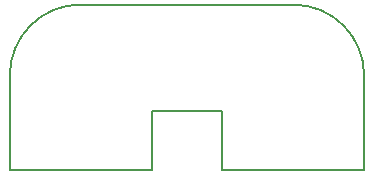
<source format=gbr>
G04 #@! TF.FileFunction,Profile,NP*
%FSLAX46Y46*%
G04 Gerber Fmt 4.6, Leading zero omitted, Abs format (unit mm)*
G04 Created by KiCad (PCBNEW 4.0.0-stable) date 12/14/2015 9:14:30 PM*
%MOMM*%
G01*
G04 APERTURE LIST*
%ADD10C,0.100000*%
%ADD11C,0.150000*%
G04 APERTURE END LIST*
D10*
D11*
X180000000Y-102000000D02*
G75*
G03X174000000Y-96000000I-6000000J0D01*
G01*
X162000000Y-105000000D02*
X168000000Y-105000000D01*
X156000000Y-96000000D02*
X174000000Y-96000000D01*
X150000000Y-110000000D02*
X150000000Y-102000000D01*
X180000000Y-102000000D02*
X180000000Y-110000000D01*
X156000000Y-96000000D02*
G75*
G03X150000000Y-102000000I0J-6000000D01*
G01*
X162000000Y-110000000D02*
X150000000Y-110000000D01*
X168000000Y-110000000D02*
X180000000Y-110000000D01*
X168000000Y-110000000D02*
X168000000Y-105000000D01*
X162000000Y-110000000D02*
X162000000Y-105000000D01*
X150000000Y-110000000D02*
X162000000Y-110000000D01*
M02*

</source>
